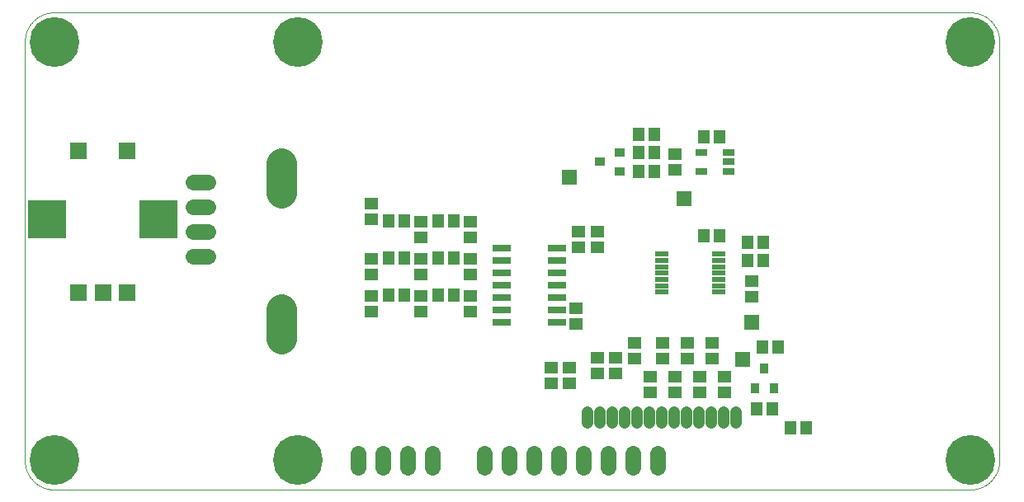
<source format=gts>
G75*
%MOIN*%
%OFA0B0*%
%FSLAX25Y25*%
%IPPOS*%
%LPD*%
%AMOC8*
5,1,8,0,0,1.08239X$1,22.5*
%
%ADD10C,0.00394*%
%ADD11C,0.04762*%
%ADD12C,0.12211*%
%ADD13R,0.05518X0.04731*%
%ADD14R,0.04731X0.05518*%
%ADD15R,0.04337X0.03550*%
%ADD16R,0.07093X0.07093*%
%ADD17R,0.15361X0.15361*%
%ADD18C,0.06337*%
%ADD19R,0.07290X0.03156*%
%ADD20R,0.05715X0.01975*%
%ADD21R,0.04731X0.02762*%
%ADD22R,0.03550X0.04337*%
%ADD23C,0.20085*%
%ADD24R,0.06306X0.06306*%
D10*
X0027595Y0013833D02*
X0027595Y0183125D01*
X0027598Y0183410D01*
X0027609Y0183696D01*
X0027626Y0183981D01*
X0027650Y0184265D01*
X0027681Y0184549D01*
X0027719Y0184832D01*
X0027764Y0185113D01*
X0027815Y0185394D01*
X0027873Y0185674D01*
X0027938Y0185952D01*
X0028010Y0186228D01*
X0028088Y0186502D01*
X0028173Y0186775D01*
X0028265Y0187045D01*
X0028363Y0187313D01*
X0028467Y0187579D01*
X0028578Y0187842D01*
X0028695Y0188102D01*
X0028818Y0188360D01*
X0028948Y0188614D01*
X0029084Y0188865D01*
X0029225Y0189113D01*
X0029373Y0189357D01*
X0029526Y0189598D01*
X0029686Y0189834D01*
X0029851Y0190067D01*
X0030021Y0190296D01*
X0030197Y0190521D01*
X0030379Y0190741D01*
X0030565Y0190957D01*
X0030757Y0191168D01*
X0030954Y0191375D01*
X0031156Y0191577D01*
X0031363Y0191774D01*
X0031574Y0191966D01*
X0031790Y0192152D01*
X0032010Y0192334D01*
X0032235Y0192510D01*
X0032464Y0192680D01*
X0032697Y0192845D01*
X0032933Y0193005D01*
X0033174Y0193158D01*
X0033418Y0193306D01*
X0033666Y0193447D01*
X0033917Y0193583D01*
X0034171Y0193713D01*
X0034429Y0193836D01*
X0034689Y0193953D01*
X0034952Y0194064D01*
X0035218Y0194168D01*
X0035486Y0194266D01*
X0035756Y0194358D01*
X0036029Y0194443D01*
X0036303Y0194521D01*
X0036579Y0194593D01*
X0036857Y0194658D01*
X0037137Y0194716D01*
X0037418Y0194767D01*
X0037699Y0194812D01*
X0037982Y0194850D01*
X0038266Y0194881D01*
X0038550Y0194905D01*
X0038835Y0194922D01*
X0039121Y0194933D01*
X0039406Y0194936D01*
X0409485Y0194936D01*
X0409770Y0194933D01*
X0410056Y0194922D01*
X0410341Y0194905D01*
X0410625Y0194881D01*
X0410909Y0194850D01*
X0411192Y0194812D01*
X0411473Y0194767D01*
X0411754Y0194716D01*
X0412034Y0194658D01*
X0412312Y0194593D01*
X0412588Y0194521D01*
X0412862Y0194443D01*
X0413135Y0194358D01*
X0413405Y0194266D01*
X0413673Y0194168D01*
X0413939Y0194064D01*
X0414202Y0193953D01*
X0414462Y0193836D01*
X0414720Y0193713D01*
X0414974Y0193583D01*
X0415225Y0193447D01*
X0415473Y0193306D01*
X0415717Y0193158D01*
X0415958Y0193005D01*
X0416194Y0192845D01*
X0416427Y0192680D01*
X0416656Y0192510D01*
X0416881Y0192334D01*
X0417101Y0192152D01*
X0417317Y0191966D01*
X0417528Y0191774D01*
X0417735Y0191577D01*
X0417937Y0191375D01*
X0418134Y0191168D01*
X0418326Y0190957D01*
X0418512Y0190741D01*
X0418694Y0190521D01*
X0418870Y0190296D01*
X0419040Y0190067D01*
X0419205Y0189834D01*
X0419365Y0189598D01*
X0419518Y0189357D01*
X0419666Y0189113D01*
X0419807Y0188865D01*
X0419943Y0188614D01*
X0420073Y0188360D01*
X0420196Y0188102D01*
X0420313Y0187842D01*
X0420424Y0187579D01*
X0420528Y0187313D01*
X0420626Y0187045D01*
X0420718Y0186775D01*
X0420803Y0186502D01*
X0420881Y0186228D01*
X0420953Y0185952D01*
X0421018Y0185674D01*
X0421076Y0185394D01*
X0421127Y0185113D01*
X0421172Y0184832D01*
X0421210Y0184549D01*
X0421241Y0184265D01*
X0421265Y0183981D01*
X0421282Y0183696D01*
X0421293Y0183410D01*
X0421296Y0183125D01*
X0421296Y0013833D01*
X0421293Y0013548D01*
X0421282Y0013262D01*
X0421265Y0012977D01*
X0421241Y0012693D01*
X0421210Y0012409D01*
X0421172Y0012126D01*
X0421127Y0011845D01*
X0421076Y0011564D01*
X0421018Y0011284D01*
X0420953Y0011006D01*
X0420881Y0010730D01*
X0420803Y0010456D01*
X0420718Y0010183D01*
X0420626Y0009913D01*
X0420528Y0009645D01*
X0420424Y0009379D01*
X0420313Y0009116D01*
X0420196Y0008856D01*
X0420073Y0008598D01*
X0419943Y0008344D01*
X0419807Y0008093D01*
X0419666Y0007845D01*
X0419518Y0007601D01*
X0419365Y0007360D01*
X0419205Y0007124D01*
X0419040Y0006891D01*
X0418870Y0006662D01*
X0418694Y0006437D01*
X0418512Y0006217D01*
X0418326Y0006001D01*
X0418134Y0005790D01*
X0417937Y0005583D01*
X0417735Y0005381D01*
X0417528Y0005184D01*
X0417317Y0004992D01*
X0417101Y0004806D01*
X0416881Y0004624D01*
X0416656Y0004448D01*
X0416427Y0004278D01*
X0416194Y0004113D01*
X0415958Y0003953D01*
X0415717Y0003800D01*
X0415473Y0003652D01*
X0415225Y0003511D01*
X0414974Y0003375D01*
X0414720Y0003245D01*
X0414462Y0003122D01*
X0414202Y0003005D01*
X0413939Y0002894D01*
X0413673Y0002790D01*
X0413405Y0002692D01*
X0413135Y0002600D01*
X0412862Y0002515D01*
X0412588Y0002437D01*
X0412312Y0002365D01*
X0412034Y0002300D01*
X0411754Y0002242D01*
X0411473Y0002191D01*
X0411192Y0002146D01*
X0410909Y0002108D01*
X0410625Y0002077D01*
X0410341Y0002053D01*
X0410056Y0002036D01*
X0409770Y0002025D01*
X0409485Y0002022D01*
X0039406Y0002022D01*
X0039121Y0002025D01*
X0038835Y0002036D01*
X0038550Y0002053D01*
X0038266Y0002077D01*
X0037982Y0002108D01*
X0037699Y0002146D01*
X0037418Y0002191D01*
X0037137Y0002242D01*
X0036857Y0002300D01*
X0036579Y0002365D01*
X0036303Y0002437D01*
X0036029Y0002515D01*
X0035756Y0002600D01*
X0035486Y0002692D01*
X0035218Y0002790D01*
X0034952Y0002894D01*
X0034689Y0003005D01*
X0034429Y0003122D01*
X0034171Y0003245D01*
X0033917Y0003375D01*
X0033666Y0003511D01*
X0033418Y0003652D01*
X0033174Y0003800D01*
X0032933Y0003953D01*
X0032697Y0004113D01*
X0032464Y0004278D01*
X0032235Y0004448D01*
X0032010Y0004624D01*
X0031790Y0004806D01*
X0031574Y0004992D01*
X0031363Y0005184D01*
X0031156Y0005381D01*
X0030954Y0005583D01*
X0030757Y0005790D01*
X0030565Y0006001D01*
X0030379Y0006217D01*
X0030197Y0006437D01*
X0030021Y0006662D01*
X0029851Y0006891D01*
X0029686Y0007124D01*
X0029526Y0007360D01*
X0029373Y0007601D01*
X0029225Y0007845D01*
X0029084Y0008093D01*
X0028948Y0008344D01*
X0028818Y0008598D01*
X0028695Y0008856D01*
X0028578Y0009116D01*
X0028467Y0009379D01*
X0028363Y0009645D01*
X0028265Y0009913D01*
X0028173Y0010183D01*
X0028088Y0010456D01*
X0028010Y0010730D01*
X0027938Y0011006D01*
X0027873Y0011284D01*
X0027815Y0011564D01*
X0027764Y0011845D01*
X0027719Y0012126D01*
X0027681Y0012409D01*
X0027650Y0012693D01*
X0027626Y0012977D01*
X0027609Y0013262D01*
X0027598Y0013548D01*
X0027595Y0013833D01*
D11*
X0254879Y0028975D02*
X0254879Y0033337D01*
X0259879Y0033337D02*
X0259879Y0028975D01*
X0264879Y0028975D02*
X0264879Y0033337D01*
X0269879Y0033337D02*
X0269879Y0028975D01*
X0274879Y0028975D02*
X0274879Y0033337D01*
X0279879Y0033337D02*
X0279879Y0028975D01*
X0284879Y0028975D02*
X0284879Y0033337D01*
X0289879Y0033337D02*
X0289879Y0028975D01*
X0294879Y0028975D02*
X0294879Y0033337D01*
X0299879Y0033337D02*
X0299879Y0028975D01*
X0304879Y0028975D02*
X0304879Y0033337D01*
X0309879Y0033337D02*
X0309879Y0028975D01*
X0314879Y0028975D02*
X0314879Y0033337D01*
D12*
X0131335Y0063046D02*
X0131335Y0074857D01*
X0131335Y0122101D02*
X0131335Y0133912D01*
D13*
X0167595Y0117672D03*
X0167595Y0111373D03*
X0187595Y0110172D03*
X0187595Y0103873D03*
X0187595Y0095172D03*
X0187595Y0088873D03*
X0187595Y0080172D03*
X0187595Y0073873D03*
X0207595Y0073873D03*
X0207595Y0080172D03*
X0207595Y0088873D03*
X0207595Y0095172D03*
X0207595Y0103873D03*
X0207595Y0110172D03*
X0167595Y0095172D03*
X0167595Y0088873D03*
X0167595Y0080172D03*
X0167595Y0073873D03*
X0240095Y0051422D03*
X0247595Y0051422D03*
X0247595Y0045123D03*
X0240095Y0045123D03*
X0258845Y0048873D03*
X0266345Y0048873D03*
X0266345Y0055172D03*
X0258845Y0055172D03*
X0273845Y0055123D03*
X0273845Y0061422D03*
X0285095Y0061422D03*
X0295095Y0061422D03*
X0305095Y0061422D03*
X0305095Y0055123D03*
X0295095Y0055123D03*
X0285095Y0055123D03*
X0280095Y0047672D03*
X0290095Y0047672D03*
X0300095Y0047672D03*
X0300095Y0041373D03*
X0290095Y0041373D03*
X0280095Y0041373D03*
X0310095Y0041373D03*
X0310095Y0047672D03*
X0321345Y0080123D03*
X0321345Y0086422D03*
X0258845Y0100123D03*
X0258845Y0106422D03*
X0251345Y0106422D03*
X0251345Y0100123D03*
X0250095Y0075172D03*
X0250095Y0068873D03*
X0290095Y0131373D03*
X0290095Y0137672D03*
D14*
X0281995Y0138272D03*
X0275696Y0138272D03*
X0275696Y0145772D03*
X0281995Y0145772D03*
X0301946Y0144522D03*
X0308245Y0144522D03*
X0281995Y0130772D03*
X0275696Y0130772D03*
X0301946Y0104522D03*
X0308245Y0104522D03*
X0319446Y0102022D03*
X0325745Y0102022D03*
X0325745Y0094522D03*
X0319446Y0094522D03*
X0325696Y0059522D03*
X0331995Y0059522D03*
X0329495Y0034522D03*
X0323196Y0034522D03*
X0336946Y0027022D03*
X0343245Y0027022D03*
X0200745Y0080772D03*
X0194446Y0080772D03*
X0180745Y0080772D03*
X0174446Y0080772D03*
X0174446Y0095772D03*
X0180745Y0095772D03*
X0194446Y0095772D03*
X0200745Y0095772D03*
X0200745Y0110772D03*
X0194446Y0110772D03*
X0180745Y0110772D03*
X0174446Y0110772D03*
D15*
X0259908Y0134522D03*
X0267782Y0130782D03*
X0267782Y0138262D03*
D16*
X0068934Y0138833D03*
X0049249Y0138833D03*
X0049249Y0081747D03*
X0059091Y0081747D03*
X0068934Y0081747D03*
D17*
X0081532Y0111274D03*
X0036650Y0111274D03*
D18*
X0095493Y0106274D02*
X0101430Y0106274D01*
X0101430Y0096274D02*
X0095493Y0096274D01*
X0095493Y0116274D02*
X0101430Y0116274D01*
X0101430Y0126274D02*
X0095493Y0126274D01*
X0162201Y0016802D02*
X0162201Y0010865D01*
X0172201Y0010865D02*
X0172201Y0016802D01*
X0182201Y0016802D02*
X0182201Y0010865D01*
X0192201Y0010865D02*
X0192201Y0016802D01*
X0213068Y0016802D02*
X0213068Y0010865D01*
X0223068Y0010865D02*
X0223068Y0016802D01*
X0233068Y0016802D02*
X0233068Y0010865D01*
X0243068Y0010865D02*
X0243068Y0016802D01*
X0253068Y0016802D02*
X0253068Y0010865D01*
X0263068Y0010865D02*
X0263068Y0016802D01*
X0273068Y0016802D02*
X0273068Y0010865D01*
X0283068Y0010865D02*
X0283068Y0016802D01*
D19*
X0242467Y0069522D03*
X0242467Y0074522D03*
X0242467Y0079522D03*
X0242467Y0084522D03*
X0242467Y0089522D03*
X0242467Y0094522D03*
X0242467Y0099522D03*
X0220223Y0099522D03*
X0220223Y0094522D03*
X0220223Y0089522D03*
X0220223Y0084522D03*
X0220223Y0079522D03*
X0220223Y0074522D03*
X0220223Y0069522D03*
D20*
X0284829Y0081845D03*
X0284829Y0084404D03*
X0284829Y0086963D03*
X0284829Y0089522D03*
X0284829Y0092081D03*
X0284829Y0094640D03*
X0284829Y0097199D03*
X0307861Y0097199D03*
X0307861Y0094640D03*
X0307861Y0092081D03*
X0307861Y0089522D03*
X0307861Y0086963D03*
X0307861Y0084404D03*
X0307861Y0081845D03*
D21*
X0311857Y0130782D03*
X0311857Y0134522D03*
X0311857Y0138262D03*
X0300833Y0138262D03*
X0300833Y0130782D03*
D22*
X0326345Y0050959D03*
X0322605Y0043085D03*
X0330085Y0043085D03*
D23*
X0409485Y0013833D03*
X0137831Y0013833D03*
X0039406Y0013833D03*
X0039406Y0183125D03*
X0137831Y0183125D03*
X0409485Y0183125D03*
D24*
X0293845Y0119522D03*
X0247595Y0128272D03*
X0321345Y0069522D03*
X0317595Y0054522D03*
M02*

</source>
